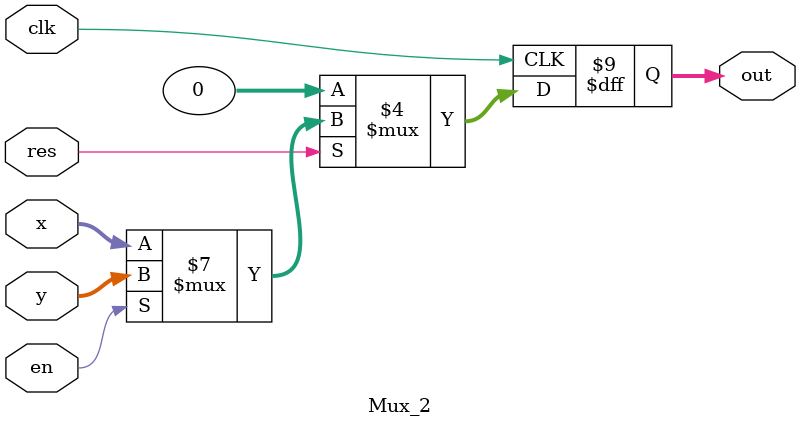
<source format=v>
`timescale 1ns / 1ps


module Mux_2 (clk, res, x, y, en, out);
    input clk, res, en;
    input [31:0] x, y;
    output reg [31:0] out;
    
    always @(posedge clk) begin
      begin
      if(en)
        out = y;
      else
        out = x;
      end
      begin
      if(!res)
        out = 0;
      end
    end
endmodule

</source>
